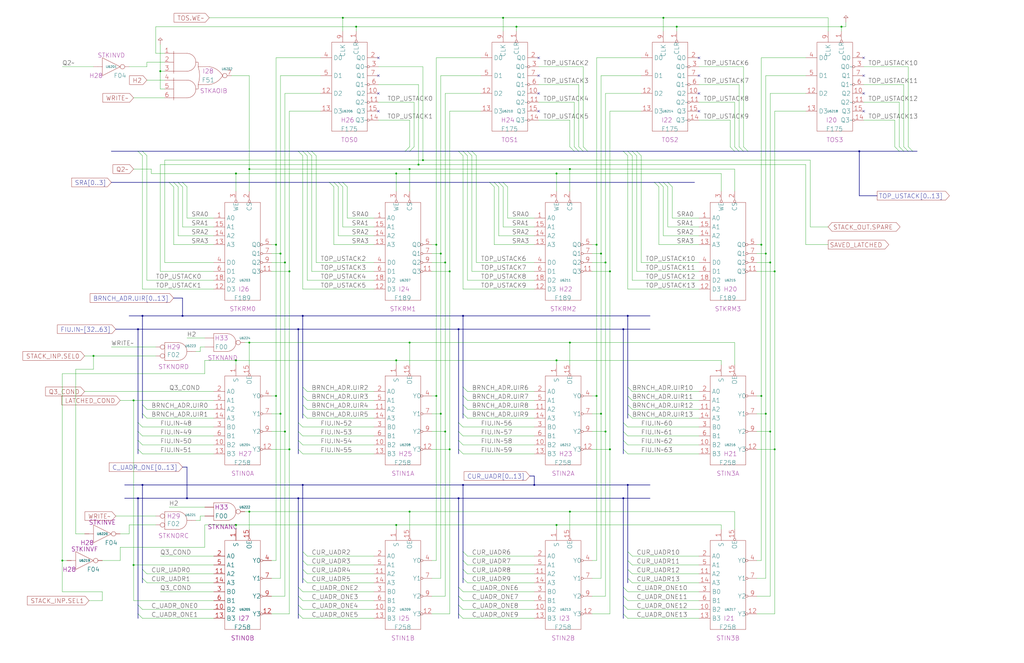
<source format=kicad_sch>
(kicad_sch (version 20230121) (generator eeschema)
  (paper "User" 584.2 378.46)
  (title_block (title "MICRO STACK INPUT MUX & RAMS") (date "22-MAY-90") (rev "1.0") (comment 1 "SEQUENCER") (comment 2 "232-003064") (comment 3 "S400") (comment 4 "RELEASED"))
  (junction (at 226.06 205.74))
  (junction (at 162.56 149.86))
  (junction (at 261.62 187.96))
  (junction (at 256.54 154.94))
  (junction (at 233.68 96.52))
  (junction (at 248.92 139.7))
  (junction (at 160.02 144.78))
  (junction (at 165.1 154.94))
  (junction (at 81.28 180.34))
  (junction (at 345.44 246.38))
  (junction (at 325.12 96.52))
  (junction (at 254 149.86))
  (junction (at 238.76 93.98))
  (junction (at 195.58 10.16))
  (junction (at 317.5 99.06))
  (junction (at 340.36 226.06))
  (junction (at 142.24 195.58))
  (junction (at 342.9 236.22))
  (junction (at 294.64 15.24))
  (junction (at 76.2 322.58))
  (junction (at 78.74 284.48))
  (junction (at 325.12 195.58))
  (junction (at 378.46 10.16))
  (junction (at 436.88 144.78))
  (junction (at 165.1 256.54))
  (junction (at 142.24 292.1))
  (junction (at 134.62 299.72))
  (junction (at 157.48 226.06))
  (junction (at 226.06 299.72))
  (junction (at 233.68 292.1))
  (junction (at 76.2 228.6))
  (junction (at 35.56 320.04))
  (junction (at 53.34 203.2))
  (junction (at 434.34 226.06))
  (junction (at 480.06 15.24))
  (junction (at 325.12 292.1))
  (junction (at 248.92 226.06))
  (junction (at 172.72 276.86))
  (junction (at 434.34 139.7))
  (junction (at 254 246.38))
  (junction (at 134.62 205.74))
  (junction (at 345.44 149.86))
  (junction (at 347.98 256.54))
  (junction (at 251.46 236.22))
  (junction (at 162.56 246.38))
  (junction (at 261.62 284.48))
  (junction (at 264.16 180.34))
  (junction (at 106.68 284.48))
  (junction (at 157.48 139.7))
  (junction (at 264.16 276.86))
  (junction (at 226.06 99.06))
  (junction (at 233.68 195.58))
  (junction (at 355.6 284.48))
  (junction (at 386.08 15.24))
  (junction (at 251.46 144.78))
  (junction (at 91.44 40.64))
  (junction (at 439.42 246.38))
  (junction (at 441.96 256.54))
  (junction (at 170.18 284.48))
  (junction (at 170.18 187.96))
  (junction (at 203.2 15.24))
  (junction (at 358.14 180.34))
  (junction (at 347.98 154.94))
  (junction (at 160.02 236.22))
  (junction (at 436.88 236.22))
  (junction (at 304.8 276.86))
  (junction (at 490.22 86.36))
  (junction (at 78.74 187.96))
  (junction (at 172.72 180.34))
  (junction (at 134.62 99.06))
  (junction (at 142.24 96.52))
  (junction (at 441.96 154.94))
  (junction (at 256.54 256.54))
  (junction (at 241.3 91.44))
  (junction (at 342.9 144.78))
  (junction (at 317.5 299.72))
  (junction (at 104.14 180.34))
  (junction (at 287.02 10.16))
  (junction (at 340.36 139.7))
  (junction (at 439.42 149.86))
  (junction (at 355.6 187.96))
  (junction (at 81.28 276.86))
  (junction (at 358.14 276.86))
  (junction (at 317.5 205.74))
  (no_connect (at 215.9 53.34))
  (no_connect (at 215.9 43.18))
  (no_connect (at 492.76 43.18))
  (no_connect (at 492.76 63.5))
  (no_connect (at 398.78 33.02))
  (no_connect (at 307.34 33.02))
  (no_connect (at 398.78 53.34))
  (no_connect (at 492.76 53.34))
  (no_connect (at 398.78 63.5))
  (no_connect (at 492.76 33.02))
  (no_connect (at 307.34 63.5))
  (no_connect (at 215.9 33.02))
  (no_connect (at 215.9 63.5))
  (no_connect (at 307.34 53.34))
  (no_connect (at 398.78 43.18))
  (no_connect (at 307.34 43.18))
  (bus_entry (at 261.62 246.38) (size 2.54 2.54))
  (bus_entry (at 170.18 241.3) (size 2.54 2.54))
  (bus_entry (at 172.72 226.06) (size 2.54 2.54))
  (bus_entry (at 363.22 86.36) (size 2.54 2.54))
  (bus_entry (at 281.94 104.14) (size 2.54 2.54))
  (bus_entry (at 172.72 220.98) (size 2.54 2.54))
  (bus_entry (at 515.62 83.82) (size 2.54 2.54))
  (bus_entry (at 172.72 325.12) (size 2.54 2.54))
  (bus_entry (at 261.62 345.44) (size 2.54 2.54))
  (bus_entry (at 327.66 83.82) (size 2.54 2.54))
  (bus_entry (at 518.16 83.82) (size 2.54 2.54))
  (bus_entry (at 358.14 226.06) (size 2.54 2.54))
  (bus_entry (at 332.74 83.82) (size 2.54 2.54))
  (bus_entry (at 381 104.14) (size 2.54 2.54))
  (bus_entry (at 378.46 104.14) (size 2.54 2.54))
  (bus_entry (at 358.14 86.36) (size 2.54 2.54))
  (bus_entry (at 172.72 314.96) (size 2.54 2.54))
  (bus_entry (at 510.54 83.82) (size 2.54 2.54))
  (bus_entry (at 78.74 241.3) (size 2.54 2.54))
  (bus_entry (at 355.6 241.3) (size 2.54 2.54))
  (bus_entry (at 172.72 86.36) (size 2.54 2.54))
  (bus_entry (at 264.16 314.96) (size 2.54 2.54))
  (bus_entry (at 421.64 83.82) (size 2.54 2.54))
  (bus_entry (at 236.22 83.82) (size -2.54 2.54))
  (bus_entry (at 355.6 86.36) (size 2.54 2.54))
  (bus_entry (at 269.24 86.36) (size 2.54 2.54))
  (bus_entry (at 78.74 246.38) (size 2.54 2.54))
  (bus_entry (at 170.18 335.28) (size 2.54 2.54))
  (bus_entry (at 78.74 86.36) (size 2.54 2.54))
  (bus_entry (at 172.72 236.22) (size 2.54 2.54))
  (bus_entry (at 170.18 256.54) (size 2.54 2.54))
  (bus_entry (at 264.16 220.98) (size 2.54 2.54))
  (bus_entry (at 261.62 350.52) (size 2.54 2.54))
  (bus_entry (at 358.14 325.12) (size 2.54 2.54))
  (bus_entry (at 264.16 320.04) (size 2.54 2.54))
  (bus_entry (at 261.62 241.3) (size 2.54 2.54))
  (bus_entry (at 233.68 83.82) (size -2.54 2.54))
  (bus_entry (at 170.18 246.38) (size 2.54 2.54))
  (bus_entry (at 375.92 104.14) (size 2.54 2.54))
  (bus_entry (at 330.2 83.82) (size 2.54 2.54))
  (bus_entry (at 170.18 350.52) (size 2.54 2.54))
  (bus_entry (at 419.1 83.82) (size 2.54 2.54))
  (bus_entry (at 325.12 83.82) (size 2.54 2.54))
  (bus_entry (at 355.6 335.28) (size 2.54 2.54))
  (bus_entry (at 81.28 330.2) (size 2.54 2.54))
  (bus_entry (at 78.74 251.46) (size 2.54 2.54))
  (bus_entry (at 81.28 231.14) (size 2.54 2.54))
  (bus_entry (at 264.16 330.2) (size 2.54 2.54))
  (bus_entry (at 355.6 350.52) (size 2.54 2.54))
  (bus_entry (at 264.16 325.12) (size 2.54 2.54))
  (bus_entry (at 101.6 104.14) (size 2.54 2.54))
  (bus_entry (at 170.18 340.36) (size 2.54 2.54))
  (bus_entry (at 358.14 320.04) (size 2.54 2.54))
  (bus_entry (at 172.72 231.14) (size 2.54 2.54))
  (bus_entry (at 264.16 231.14) (size 2.54 2.54))
  (bus_entry (at 264.16 236.22) (size 2.54 2.54))
  (bus_entry (at 284.48 104.14) (size 2.54 2.54))
  (bus_entry (at 261.62 340.36) (size 2.54 2.54))
  (bus_entry (at 355.6 251.46) (size 2.54 2.54))
  (bus_entry (at 416.56 83.82) (size 2.54 2.54))
  (bus_entry (at 358.14 231.14) (size 2.54 2.54))
  (bus_entry (at 279.4 104.14) (size 2.54 2.54))
  (bus_entry (at 360.68 86.36) (size 2.54 2.54))
  (bus_entry (at 172.72 330.2) (size 2.54 2.54))
  (bus_entry (at 175.26 86.36) (size 2.54 2.54))
  (bus_entry (at 358.14 314.96) (size 2.54 2.54))
  (bus_entry (at 261.62 335.28) (size 2.54 2.54))
  (bus_entry (at 261.62 256.54) (size 2.54 2.54))
  (bus_entry (at 177.8 86.36) (size 2.54 2.54))
  (bus_entry (at 195.58 104.14) (size 2.54 2.54))
  (bus_entry (at 355.6 340.36) (size 2.54 2.54))
  (bus_entry (at 104.14 104.14) (size 2.54 2.54))
  (bus_entry (at 355.6 345.44) (size 2.54 2.54))
  (bus_entry (at 170.18 86.36) (size 2.54 2.54))
  (bus_entry (at 264.16 86.36) (size 2.54 2.54))
  (bus_entry (at 81.28 236.22) (size 2.54 2.54))
  (bus_entry (at 373.38 104.14) (size 2.54 2.54))
  (bus_entry (at 81.28 325.12) (size 2.54 2.54))
  (bus_entry (at 96.52 104.14) (size 2.54 2.54))
  (bus_entry (at 287.02 104.14) (size 2.54 2.54))
  (bus_entry (at 424.18 83.82) (size 2.54 2.54))
  (bus_entry (at 190.5 104.14) (size 2.54 2.54))
  (bus_entry (at 170.18 251.46) (size 2.54 2.54))
  (bus_entry (at 261.62 86.36) (size 2.54 2.54))
  (bus_entry (at 81.28 86.36) (size 2.54 2.54))
  (bus_entry (at 78.74 256.54) (size 2.54 2.54))
  (bus_entry (at 78.74 345.44) (size 2.54 2.54))
  (bus_entry (at 355.6 256.54) (size 2.54 2.54))
  (bus_entry (at 172.72 320.04) (size 2.54 2.54))
  (bus_entry (at 264.16 226.06) (size 2.54 2.54))
  (bus_entry (at 170.18 345.44) (size 2.54 2.54))
  (bus_entry (at 78.74 350.52) (size 2.54 2.54))
  (bus_entry (at 193.04 104.14) (size 2.54 2.54))
  (bus_entry (at 358.14 220.98) (size 2.54 2.54))
  (bus_entry (at 513.08 83.82) (size 2.54 2.54))
  (bus_entry (at 261.62 251.46) (size 2.54 2.54))
  (bus_entry (at 358.14 236.22) (size 2.54 2.54))
  (bus_entry (at 99.06 104.14) (size 2.54 2.54))
  (bus_entry (at 266.7 86.36) (size 2.54 2.54))
  (bus_entry (at 187.96 104.14) (size 2.54 2.54))
  (bus_entry (at 358.14 330.2) (size 2.54 2.54))
  (bus_entry (at 355.6 246.38) (size 2.54 2.54))
  (wire (pts (xy 266.7 332.74) (xy 304.8 332.74)))
  (bus (pts (xy 81.28 276.86) (xy 172.72 276.86)))
  (wire (pts (xy 264.16 347.98) (xy 304.8 347.98)))
  (wire (pts (xy 81.28 259.08) (xy 121.92 259.08)))
  (wire (pts (xy 48.26 203.2) (xy 53.34 203.2)))
  (wire (pts (xy 421.64 48.26) (xy 421.64 83.82)))
  (bus (pts (xy 63.5 86.36) (xy 78.74 86.36)))
  (wire (pts (xy 165.1 256.54) (xy 154.94 256.54)))
  (bus (pts (xy 172.72 86.36) (xy 175.26 86.36)))
  (wire (pts (xy 172.72 259.08) (xy 213.36 259.08)))
  (wire (pts (xy 83.82 38.1) (xy 83.82 35.56)))
  (bus (pts (xy 302.26 271.78) (xy 304.8 271.78)))
  (wire (pts (xy 35.56 213.36) (xy 116.84 213.36)))
  (wire (pts (xy 358.14 254) (xy 398.78 254)))
  (wire (pts (xy 238.76 93.98) (xy 459.74 93.98)))
  (bus (pts (xy 101.6 104.14) (xy 104.14 104.14)))
  (wire (pts (xy 342.9 330.2) (xy 342.9 236.22)))
  (wire (pts (xy 434.34 320.04) (xy 434.34 226.06)))
  (wire (pts (xy 264.16 243.84) (xy 304.8 243.84)))
  (wire (pts (xy 198.12 124.46) (xy 198.12 106.68)))
  (wire (pts (xy 347.98 256.54) (xy 337.82 256.54)))
  (wire (pts (xy 154.94 340.36) (xy 162.56 340.36)))
  (bus (pts (xy 78.74 256.54) (xy 78.74 259.08)))
  (wire (pts (xy 91.44 337.82) (xy 121.92 337.82)))
  (wire (pts (xy 226.06 299.72) (xy 226.06 302.26)))
  (wire (pts (xy 274.32 33.02) (xy 248.92 33.02)))
  (wire (pts (xy 50.8 342.9) (xy 58.42 342.9)))
  (bus (pts (xy 78.74 246.38) (xy 78.74 251.46)))
  (wire (pts (xy 284.48 134.62) (xy 284.48 106.68)))
  (wire (pts (xy 441.96 63.5) (xy 441.96 154.94)))
  (wire (pts (xy 195.58 129.54) (xy 195.58 106.68)))
  (bus (pts (xy 355.6 251.46) (xy 355.6 256.54)))
  (bus (pts (xy 261.62 246.38) (xy 261.62 251.46)))
  (wire (pts (xy 342.9 236.22) (xy 337.82 236.22)))
  (wire (pts (xy 195.58 10.16) (xy 195.58 17.78)))
  (wire (pts (xy 213.36 139.7) (xy 190.5 139.7)))
  (wire (pts (xy 88.9 30.48) (xy 93.98 30.48)))
  (wire (pts (xy 132.08 43.18) (xy 142.24 43.18)))
  (bus (pts (xy 419.1 86.36) (xy 421.64 86.36)))
  (bus (pts (xy 261.62 284.48) (xy 261.62 335.28)))
  (wire (pts (xy 83.82 45.72) (xy 93.98 45.72)))
  (bus (pts (xy 358.14 236.22) (xy 358.14 238.76)))
  (bus (pts (xy 106.68 266.7) (xy 106.68 284.48)))
  (wire (pts (xy 266.7 233.68) (xy 304.8 233.68)))
  (wire (pts (xy 337.82 144.78) (xy 342.9 144.78)))
  (bus (pts (xy 261.62 256.54) (xy 261.62 259.08)))
  (bus (pts (xy 106.68 284.48) (xy 170.18 284.48)))
  (wire (pts (xy 76.2 228.6) (xy 76.2 322.58)))
  (wire (pts (xy 175.26 160.02) (xy 175.26 88.9)))
  (wire (pts (xy 436.88 43.18) (xy 436.88 144.78)))
  (wire (pts (xy 114.3 200.66) (xy 114.3 198.12)))
  (wire (pts (xy 515.62 48.26) (xy 515.62 83.82)))
  (wire (pts (xy 264.16 342.9) (xy 304.8 342.9)))
  (wire (pts (xy 287.02 10.16) (xy 378.46 10.16)))
  (bus (pts (xy 332.74 86.36) (xy 335.28 86.36)))
  (wire (pts (xy 246.38 330.2) (xy 251.46 330.2)))
  (wire (pts (xy 337.82 139.7) (xy 340.36 139.7)))
  (wire (pts (xy 398.78 134.62) (xy 378.46 134.62)))
  (wire (pts (xy 236.22 58.42) (xy 236.22 83.82)))
  (wire (pts (xy 360.68 223.52) (xy 398.78 223.52)))
  (bus (pts (xy 96.52 104.14) (xy 99.06 104.14)))
  (wire (pts (xy 73.66 38.1) (xy 83.82 38.1)))
  (wire (pts (xy 281.94 139.7) (xy 281.94 106.68)))
  (bus (pts (xy 264.16 314.96) (xy 264.16 320.04)))
  (bus (pts (xy 78.74 284.48) (xy 78.74 345.44)))
  (wire (pts (xy 325.12 195.58) (xy 419.1 195.58)))
  (wire (pts (xy 358.14 337.82) (xy 398.78 337.82)))
  (wire (pts (xy 459.74 93.98) (xy 459.74 139.7)))
  (bus (pts (xy 335.28 86.36) (xy 355.6 86.36)))
  (bus (pts (xy 490.22 86.36) (xy 513.08 86.36)))
  (bus (pts (xy 104.14 180.34) (xy 172.72 180.34)))
  (wire (pts (xy 233.68 292.1) (xy 325.12 292.1)))
  (wire (pts (xy 111.76 200.66) (xy 114.3 200.66)))
  (wire (pts (xy 91.44 154.94) (xy 91.44 93.98)))
  (bus (pts (xy 490.22 111.76) (xy 500.38 111.76)))
  (wire (pts (xy 134.62 299.72) (xy 134.62 302.26)))
  (wire (pts (xy 274.32 63.5) (xy 256.54 63.5)))
  (wire (pts (xy 172.72 243.84) (xy 213.36 243.84)))
  (wire (pts (xy 248.92 320.04) (xy 248.92 226.06)))
  (wire (pts (xy 246.38 149.86) (xy 254 149.86)))
  (bus (pts (xy 261.62 187.96) (xy 355.6 187.96)))
  (bus (pts (xy 170.18 246.38) (xy 170.18 251.46)))
  (bus (pts (xy 355.6 187.96) (xy 370.84 187.96)))
  (wire (pts (xy 162.56 149.86) (xy 162.56 246.38)))
  (wire (pts (xy 215.9 58.42) (xy 236.22 58.42)))
  (bus (pts (xy 378.46 104.14) (xy 381 104.14)))
  (wire (pts (xy 63.5 198.12) (xy 88.9 198.12)))
  (bus (pts (xy 424.18 86.36) (xy 426.72 86.36)))
  (wire (pts (xy 119.38 10.16) (xy 195.58 10.16)))
  (wire (pts (xy 378.46 134.62) (xy 378.46 106.68)))
  (bus (pts (xy 264.16 276.86) (xy 304.8 276.86)))
  (wire (pts (xy 337.82 350.52) (xy 347.98 350.52)))
  (wire (pts (xy 398.78 38.1) (xy 424.18 38.1)))
  (wire (pts (xy 116.84 312.42) (xy 116.84 299.72)))
  (wire (pts (xy 81.28 347.98) (xy 121.92 347.98)))
  (bus (pts (xy 269.24 86.36) (xy 327.66 86.36)))
  (wire (pts (xy 246.38 340.36) (xy 254 340.36)))
  (wire (pts (xy 327.66 58.42) (xy 327.66 83.82)))
  (wire (pts (xy 213.36 154.94) (xy 177.8 154.94)))
  (bus (pts (xy 363.22 86.36) (xy 419.1 86.36)))
  (bus (pts (xy 355.6 241.3) (xy 355.6 246.38)))
  (bus (pts (xy 104.14 170.18) (xy 104.14 180.34)))
  (wire (pts (xy 68.58 304.8) (xy 73.66 304.8)))
  (wire (pts (xy 121.92 154.94) (xy 91.44 154.94)))
  (wire (pts (xy 386.08 15.24) (xy 386.08 17.78)))
  (wire (pts (xy 363.22 154.94) (xy 363.22 88.9)))
  (wire (pts (xy 86.36 99.06) (xy 134.62 99.06)))
  (bus (pts (xy 195.58 104.14) (xy 279.4 104.14)))
  (wire (pts (xy 462.28 91.44) (xy 462.28 129.54)))
  (wire (pts (xy 340.36 33.02) (xy 340.36 139.7)))
  (wire (pts (xy 441.96 154.94) (xy 441.96 256.54)))
  (wire (pts (xy 172.72 165.1) (xy 172.72 88.9)))
  (wire (pts (xy 431.8 144.78) (xy 436.88 144.78)))
  (wire (pts (xy 83.82 233.68) (xy 121.92 233.68)))
  (wire (pts (xy 246.38 144.78) (xy 251.46 144.78)))
  (wire (pts (xy 419.1 195.58) (xy 419.1 208.28)))
  (bus (pts (xy 172.72 220.98) (xy 172.72 226.06)))
  (wire (pts (xy 81.28 254) (xy 121.92 254)))
  (bus (pts (xy 81.28 330.2) (xy 81.28 332.74)))
  (wire (pts (xy 459.74 33.02) (xy 434.34 33.02)))
  (wire (pts (xy 190.5 139.7) (xy 190.5 106.68)))
  (bus (pts (xy 261.62 340.36) (xy 261.62 345.44)))
  (wire (pts (xy 58.42 320.04) (xy 68.58 320.04)))
  (bus (pts (xy 81.28 236.22) (xy 81.28 238.76)))
  (wire (pts (xy 287.02 10.16) (xy 287.02 17.78)))
  (wire (pts (xy 48.26 223.52) (xy 121.92 223.52)))
  (wire (pts (xy 304.8 124.46) (xy 289.56 124.46)))
  (bus (pts (xy 175.26 86.36) (xy 177.8 86.36)))
  (bus (pts (xy 264.16 276.86) (xy 264.16 314.96)))
  (wire (pts (xy 251.46 144.78) (xy 251.46 236.22)))
  (wire (pts (xy 121.92 342.9) (xy 76.2 342.9)))
  (bus (pts (xy 358.14 314.96) (xy 358.14 320.04)))
  (wire (pts (xy 134.62 99.06) (xy 134.62 109.22)))
  (wire (pts (xy 172.72 337.82) (xy 213.36 337.82)))
  (wire (pts (xy 307.34 38.1) (xy 332.74 38.1)))
  (wire (pts (xy 365.76 33.02) (xy 340.36 33.02)))
  (bus (pts (xy 264.16 180.34) (xy 264.16 220.98)))
  (wire (pts (xy 416.56 68.58) (xy 416.56 83.82)))
  (wire (pts (xy 360.68 160.02) (xy 360.68 88.9)))
  (wire (pts (xy 398.78 48.26) (xy 421.64 48.26)))
  (bus (pts (xy 264.16 330.2) (xy 264.16 332.74)))
  (wire (pts (xy 337.82 154.94) (xy 347.98 154.94)))
  (wire (pts (xy 134.62 205.74) (xy 116.84 205.74)))
  (wire (pts (xy 330.2 48.26) (xy 330.2 83.82)))
  (wire (pts (xy 233.68 195.58) (xy 325.12 195.58)))
  (wire (pts (xy 154.94 226.06) (xy 157.48 226.06)))
  (wire (pts (xy 172.72 342.9) (xy 213.36 342.9)))
  (wire (pts (xy 360.68 322.58) (xy 398.78 322.58)))
  (wire (pts (xy 175.26 327.66) (xy 213.36 327.66)))
  (wire (pts (xy 76.2 55.88) (xy 93.98 55.88)))
  (wire (pts (xy 160.02 330.2) (xy 160.02 236.22)))
  (wire (pts (xy 345.44 340.36) (xy 345.44 246.38)))
  (wire (pts (xy 111.76 297.18) (xy 114.3 297.18)))
  (wire (pts (xy 96.52 289.56) (xy 116.84 289.56)))
  (wire (pts (xy 93.98 149.86) (xy 93.98 91.44)))
  (wire (pts (xy 83.82 160.02) (xy 83.82 88.9)))
  (wire (pts (xy 154.94 149.86) (xy 162.56 149.86)))
  (bus (pts (xy 170.18 187.96) (xy 170.18 241.3)))
  (wire (pts (xy 142.24 292.1) (xy 142.24 302.26)))
  (wire (pts (xy 266.7 160.02) (xy 266.7 88.9)))
  (wire (pts (xy 492.76 68.58) (xy 510.54 68.58)))
  (wire (pts (xy 83.82 332.74) (xy 121.92 332.74)))
  (wire (pts (xy 347.98 154.94) (xy 347.98 256.54)))
  (wire (pts (xy 304.8 154.94) (xy 269.24 154.94)))
  (wire (pts (xy 157.48 33.02) (xy 157.48 139.7)))
  (wire (pts (xy 248.92 33.02) (xy 248.92 139.7)))
  (bus (pts (xy 170.18 241.3) (xy 170.18 246.38)))
  (bus (pts (xy 81.28 276.86) (xy 81.28 325.12)))
  (wire (pts (xy 337.82 320.04) (xy 340.36 320.04)))
  (bus (pts (xy 170.18 284.48) (xy 261.62 284.48)))
  (wire (pts (xy 180.34 149.86) (xy 180.34 88.9)))
  (wire (pts (xy 226.06 299.72) (xy 317.5 299.72)))
  (wire (pts (xy 342.9 144.78) (xy 342.9 236.22)))
  (wire (pts (xy 398.78 68.58) (xy 416.56 68.58)))
  (wire (pts (xy 175.26 238.76) (xy 213.36 238.76)))
  (wire (pts (xy 83.82 35.56) (xy 93.98 35.56)))
  (bus (pts (xy 78.74 350.52) (xy 78.74 353.06)))
  (wire (pts (xy 304.8 129.54) (xy 287.02 129.54)))
  (wire (pts (xy 175.26 223.52) (xy 213.36 223.52)))
  (wire (pts (xy 121.92 228.6) (xy 76.2 228.6)))
  (wire (pts (xy 271.78 149.86) (xy 271.78 88.9)))
  (bus (pts (xy 71.12 284.48) (xy 78.74 284.48)))
  (wire (pts (xy 182.88 33.02) (xy 157.48 33.02)))
  (wire (pts (xy 274.32 53.34) (xy 254 53.34)))
  (wire (pts (xy 398.78 58.42) (xy 419.1 58.42)))
  (bus (pts (xy 261.62 241.3) (xy 261.62 246.38)))
  (wire (pts (xy 93.98 50.8) (xy 91.44 50.8)))
  (wire (pts (xy 254 53.34) (xy 254 149.86)))
  (wire (pts (xy 347.98 350.52) (xy 347.98 256.54)))
  (wire (pts (xy 53.34 210.82) (xy 53.34 203.2)))
  (wire (pts (xy 154.94 144.78) (xy 160.02 144.78)))
  (bus (pts (xy 187.96 104.14) (xy 190.5 104.14)))
  (bus (pts (xy 261.62 350.52) (xy 261.62 353.06)))
  (wire (pts (xy 162.56 53.34) (xy 162.56 149.86)))
  (wire (pts (xy 251.46 330.2) (xy 251.46 236.22)))
  (wire (pts (xy 175.26 228.6) (xy 213.36 228.6)))
  (wire (pts (xy 68.58 320.04) (xy 68.58 312.42)))
  (bus (pts (xy 78.74 86.36) (xy 81.28 86.36)))
  (wire (pts (xy 307.34 48.26) (xy 330.2 48.26)))
  (bus (pts (xy 172.72 226.06) (xy 172.72 231.14)))
  (bus (pts (xy 172.72 325.12) (xy 172.72 330.2)))
  (bus (pts (xy 81.28 180.34) (xy 104.14 180.34)))
  (wire (pts (xy 383.54 124.46) (xy 383.54 106.68)))
  (wire (pts (xy 304.8 139.7) (xy 281.94 139.7)))
  (wire (pts (xy 325.12 96.52) (xy 419.1 96.52)))
  (wire (pts (xy 154.94 320.04) (xy 157.48 320.04)))
  (wire (pts (xy 142.24 292.1) (xy 233.68 292.1)))
  (wire (pts (xy 325.12 195.58) (xy 325.12 208.28)))
  (wire (pts (xy 518.16 38.1) (xy 518.16 83.82)))
  (wire (pts (xy 317.5 99.06) (xy 317.5 109.22)))
  (wire (pts (xy 254 149.86) (xy 254 246.38)))
  (wire (pts (xy 91.44 50.8) (xy 91.44 40.64)))
  (wire (pts (xy 287.02 129.54) (xy 287.02 106.68)))
  (wire (pts (xy 233.68 68.58) (xy 233.68 83.82)))
  (bus (pts (xy 190.5 104.14) (xy 193.04 104.14)))
  (wire (pts (xy 294.64 15.24) (xy 386.08 15.24)))
  (wire (pts (xy 325.12 96.52) (xy 325.12 109.22)))
  (wire (pts (xy 360.68 233.68) (xy 398.78 233.68)))
  (wire (pts (xy 226.06 99.06) (xy 317.5 99.06)))
  (wire (pts (xy 68.58 312.42) (xy 116.84 312.42)))
  (wire (pts (xy 431.8 226.06) (xy 434.34 226.06)))
  (wire (pts (xy 317.5 205.74) (xy 411.48 205.74)))
  (bus (pts (xy 172.72 231.14) (xy 172.72 236.22)))
  (wire (pts (xy 398.78 129.54) (xy 381 129.54)))
  (wire (pts (xy 248.92 139.7) (xy 248.92 226.06)))
  (bus (pts (xy 266.7 86.36) (xy 269.24 86.36)))
  (wire (pts (xy 114.3 198.12) (xy 116.84 198.12)))
  (bus (pts (xy 172.72 276.86) (xy 172.72 314.96)))
  (wire (pts (xy 264.16 254) (xy 304.8 254)))
  (wire (pts (xy 342.9 43.18) (xy 342.9 144.78)))
  (wire (pts (xy 251.46 236.22) (xy 246.38 236.22)))
  (wire (pts (xy 358.14 243.84) (xy 398.78 243.84)))
  (wire (pts (xy 182.88 63.5) (xy 165.1 63.5)))
  (bus (pts (xy 355.6 345.44) (xy 355.6 350.52)))
  (wire (pts (xy 203.2 15.24) (xy 294.64 15.24)))
  (bus (pts (xy 177.8 86.36) (xy 231.14 86.36)))
  (wire (pts (xy 241.3 38.1) (xy 241.3 91.44)))
  (wire (pts (xy 106.68 193.04) (xy 116.84 193.04)))
  (bus (pts (xy 71.12 276.86) (xy 81.28 276.86)))
  (wire (pts (xy 398.78 154.94) (xy 363.22 154.94)))
  (wire (pts (xy 154.94 139.7) (xy 157.48 139.7)))
  (wire (pts (xy 441.96 256.54) (xy 431.8 256.54)))
  (wire (pts (xy 365.76 53.34) (xy 345.44 53.34)))
  (wire (pts (xy 266.7 327.66) (xy 304.8 327.66)))
  (wire (pts (xy 459.74 53.34) (xy 439.42 53.34)))
  (wire (pts (xy 53.34 203.2) (xy 88.9 203.2)))
  (wire (pts (xy 68.58 228.6) (xy 76.2 228.6)))
  (wire (pts (xy 246.38 154.94) (xy 256.54 154.94)))
  (bus (pts (xy 264.16 231.14) (xy 264.16 236.22)))
  (bus (pts (xy 170.18 251.46) (xy 170.18 256.54)))
  (bus (pts (xy 170.18 340.36) (xy 170.18 345.44)))
  (bus (pts (xy 172.72 180.34) (xy 264.16 180.34)))
  (wire (pts (xy 175.26 233.68) (xy 213.36 233.68)))
  (wire (pts (xy 254 340.36) (xy 254 246.38)))
  (bus (pts (xy 78.74 251.46) (xy 78.74 256.54)))
  (wire (pts (xy 266.7 322.58) (xy 304.8 322.58)))
  (wire (pts (xy 134.62 205.74) (xy 134.62 208.28)))
  (bus (pts (xy 170.18 256.54) (xy 170.18 259.08)))
  (wire (pts (xy 360.68 327.66) (xy 398.78 327.66)))
  (wire (pts (xy 439.42 149.86) (xy 439.42 246.38)))
  (wire (pts (xy 411.48 299.72) (xy 411.48 302.26)))
  (bus (pts (xy 375.92 104.14) (xy 378.46 104.14)))
  (bus (pts (xy 104.14 266.7) (xy 106.68 266.7)))
  (bus (pts (xy 170.18 187.96) (xy 261.62 187.96)))
  (wire (pts (xy 345.44 149.86) (xy 345.44 246.38)))
  (bus (pts (xy 172.72 314.96) (xy 172.72 320.04)))
  (wire (pts (xy 358.14 347.98) (xy 398.78 347.98)))
  (wire (pts (xy 337.82 149.86) (xy 345.44 149.86)))
  (wire (pts (xy 358.14 259.08) (xy 398.78 259.08)))
  (wire (pts (xy 411.48 99.06) (xy 411.48 109.22)))
  (wire (pts (xy 160.02 43.18) (xy 160.02 144.78)))
  (bus (pts (xy 264.16 180.34) (xy 358.14 180.34)))
  (bus (pts (xy 355.6 256.54) (xy 355.6 259.08)))
  (wire (pts (xy 142.24 43.18) (xy 142.24 96.52)))
  (wire (pts (xy 91.44 40.64) (xy 93.98 40.64)))
  (wire (pts (xy 83.82 238.76) (xy 121.92 238.76)))
  (bus (pts (xy 304.8 276.86) (xy 358.14 276.86)))
  (bus (pts (xy 172.72 180.34) (xy 172.72 220.98)))
  (wire (pts (xy 116.84 205.74) (xy 116.84 213.36)))
  (wire (pts (xy 73.66 304.8) (xy 73.66 299.72)))
  (bus (pts (xy 358.14 325.12) (xy 358.14 330.2)))
  (bus (pts (xy 99.06 104.14) (xy 101.6 104.14)))
  (bus (pts (xy 515.62 86.36) (xy 518.16 86.36)))
  (bus (pts (xy 170.18 335.28) (xy 170.18 340.36)))
  (wire (pts (xy 193.04 134.62) (xy 193.04 106.68)))
  (wire (pts (xy 386.08 15.24) (xy 480.06 15.24)))
  (wire (pts (xy 121.92 124.46) (xy 106.68 124.46)))
  (wire (pts (xy 81.28 243.84) (xy 121.92 243.84)))
  (bus (pts (xy 231.14 86.36) (xy 233.68 86.36)))
  (wire (pts (xy 139.7 195.58) (xy 142.24 195.58)))
  (wire (pts (xy 492.76 58.42) (xy 513.08 58.42)))
  (wire (pts (xy 213.36 124.46) (xy 198.12 124.46)))
  (wire (pts (xy 332.74 38.1) (xy 332.74 83.82)))
  (wire (pts (xy 337.82 330.2) (xy 342.9 330.2)))
  (wire (pts (xy 358.14 165.1) (xy 358.14 88.9)))
  (wire (pts (xy 434.34 33.02) (xy 434.34 139.7)))
  (wire (pts (xy 177.8 154.94) (xy 177.8 88.9)))
  (wire (pts (xy 213.36 165.1) (xy 172.72 165.1)))
  (wire (pts (xy 360.68 317.5) (xy 398.78 317.5)))
  (wire (pts (xy 317.5 205.74) (xy 317.5 208.28)))
  (bus (pts (xy 264.16 86.36) (xy 266.7 86.36)))
  (wire (pts (xy 431.8 340.36) (xy 439.42 340.36)))
  (wire (pts (xy 226.06 205.74) (xy 317.5 205.74)))
  (bus (pts (xy 355.6 246.38) (xy 355.6 251.46)))
  (wire (pts (xy 246.38 226.06) (xy 248.92 226.06)))
  (wire (pts (xy 215.9 68.58) (xy 233.68 68.58)))
  (bus (pts (xy 513.08 86.36) (xy 515.62 86.36)))
  (wire (pts (xy 436.88 236.22) (xy 431.8 236.22)))
  (bus (pts (xy 358.14 180.34) (xy 370.84 180.34)))
  (bus (pts (xy 421.64 86.36) (xy 424.18 86.36)))
  (wire (pts (xy 182.88 43.18) (xy 160.02 43.18)))
  (wire (pts (xy 35.56 213.36) (xy 35.56 320.04)))
  (wire (pts (xy 121.92 165.1) (xy 81.28 165.1)))
  (wire (pts (xy 66.04 294.64) (xy 88.9 294.64)))
  (wire (pts (xy 256.54 154.94) (xy 256.54 256.54)))
  (bus (pts (xy 520.7 86.36) (xy 523.24 86.36)))
  (bus (pts (xy 358.14 226.06) (xy 358.14 231.14)))
  (bus (pts (xy 172.72 320.04) (xy 172.72 325.12)))
  (bus (pts (xy 358.14 220.98) (xy 358.14 226.06)))
  (wire (pts (xy 264.16 165.1) (xy 264.16 88.9)))
  (wire (pts (xy 360.68 332.74) (xy 398.78 332.74)))
  (wire (pts (xy 81.28 248.92) (xy 121.92 248.92)))
  (wire (pts (xy 175.26 322.58) (xy 213.36 322.58)))
  (bus (pts (xy 264.16 220.98) (xy 264.16 226.06)))
  (wire (pts (xy 43.18 210.82) (xy 53.34 210.82)))
  (wire (pts (xy 431.8 330.2) (xy 436.88 330.2)))
  (wire (pts (xy 165.1 154.94) (xy 165.1 256.54)))
  (wire (pts (xy 480.06 15.24) (xy 482.6 15.24)))
  (bus (pts (xy 373.38 104.14) (xy 375.92 104.14)))
  (wire (pts (xy 340.36 139.7) (xy 340.36 226.06)))
  (wire (pts (xy 154.94 154.94) (xy 165.1 154.94)))
  (wire (pts (xy 381 129.54) (xy 381 106.68)))
  (wire (pts (xy 121.92 160.02) (xy 83.82 160.02)))
  (wire (pts (xy 375.92 139.7) (xy 375.92 106.68)))
  (wire (pts (xy 104.14 129.54) (xy 104.14 106.68)))
  (wire (pts (xy 246.38 350.52) (xy 256.54 350.52)))
  (bus (pts (xy 170.18 284.48) (xy 170.18 335.28)))
  (wire (pts (xy 175.26 332.74) (xy 213.36 332.74)))
  (wire (pts (xy 139.7 292.1) (xy 142.24 292.1)))
  (wire (pts (xy 317.5 299.72) (xy 317.5 302.26)))
  (wire (pts (xy 325.12 292.1) (xy 419.1 292.1)))
  (bus (pts (xy 358.14 180.34) (xy 358.14 220.98)))
  (wire (pts (xy 459.74 63.5) (xy 441.96 63.5)))
  (bus (pts (xy 78.74 241.3) (xy 78.74 246.38)))
  (wire (pts (xy 431.8 139.7) (xy 434.34 139.7)))
  (bus (pts (xy 284.48 104.14) (xy 287.02 104.14)))
  (bus (pts (xy 63.5 104.14) (xy 96.52 104.14)))
  (wire (pts (xy 172.72 254) (xy 213.36 254)))
  (wire (pts (xy 254 246.38) (xy 246.38 246.38)))
  (wire (pts (xy 35.56 337.82) (xy 35.56 320.04)))
  (wire (pts (xy 264.16 353.06) (xy 304.8 353.06)))
  (wire (pts (xy 213.36 134.62) (xy 193.04 134.62)))
  (wire (pts (xy 304.8 160.02) (xy 266.7 160.02)))
  (bus (pts (xy 355.6 284.48) (xy 355.6 335.28)))
  (wire (pts (xy 58.42 342.9) (xy 58.42 337.82)))
  (wire (pts (xy 492.76 38.1) (xy 518.16 38.1)))
  (wire (pts (xy 431.8 154.94) (xy 441.96 154.94)))
  (wire (pts (xy 304.8 165.1) (xy 264.16 165.1)))
  (wire (pts (xy 172.72 248.92) (xy 213.36 248.92)))
  (wire (pts (xy 76.2 322.58) (xy 121.92 322.58)))
  (wire (pts (xy 264.16 248.92) (xy 304.8 248.92)))
  (wire (pts (xy 398.78 149.86) (xy 365.76 149.86)))
  (wire (pts (xy 233.68 96.52) (xy 233.68 109.22)))
  (wire (pts (xy 172.72 353.06) (xy 213.36 353.06)))
  (bus (pts (xy 193.04 104.14) (xy 195.58 104.14)))
  (bus (pts (xy 355.6 86.36) (xy 358.14 86.36)))
  (wire (pts (xy 358.14 353.06) (xy 398.78 353.06)))
  (wire (pts (xy 114.3 297.18) (xy 114.3 294.64)))
  (wire (pts (xy 81.28 165.1) (xy 81.28 88.9)))
  (wire (pts (xy 160.02 144.78) (xy 160.02 236.22)))
  (wire (pts (xy 439.42 246.38) (xy 431.8 246.38)))
  (bus (pts (xy 261.62 86.36) (xy 264.16 86.36)))
  (bus (pts (xy 172.72 330.2) (xy 172.72 332.74)))
  (wire (pts (xy 289.56 124.46) (xy 289.56 106.68)))
  (wire (pts (xy 431.8 149.86) (xy 439.42 149.86)))
  (wire (pts (xy 345.44 53.34) (xy 345.44 149.86)))
  (bus (pts (xy 264.16 236.22) (xy 264.16 238.76)))
  (bus (pts (xy 355.6 350.52) (xy 355.6 353.06)))
  (wire (pts (xy 35.56 320.04) (xy 38.1 320.04)))
  (wire (pts (xy 101.6 134.62) (xy 101.6 106.68)))
  (wire (pts (xy 91.44 93.98) (xy 238.76 93.98)))
  (wire (pts (xy 431.8 320.04) (xy 434.34 320.04)))
  (bus (pts (xy 264.16 325.12) (xy 264.16 330.2)))
  (wire (pts (xy 419.1 96.52) (xy 419.1 109.22)))
  (wire (pts (xy 307.34 58.42) (xy 327.66 58.42)))
  (wire (pts (xy 325.12 68.58) (xy 325.12 83.82)))
  (wire (pts (xy 43.18 304.8) (xy 43.18 210.82)))
  (wire (pts (xy 378.46 10.16) (xy 472.44 10.16)))
  (wire (pts (xy 81.28 353.06) (xy 121.92 353.06)))
  (wire (pts (xy 162.56 246.38) (xy 154.94 246.38)))
  (wire (pts (xy 365.76 43.18) (xy 342.9 43.18)))
  (wire (pts (xy 121.92 149.86) (xy 93.98 149.86)))
  (wire (pts (xy 459.74 139.7) (xy 472.44 139.7)))
  (wire (pts (xy 266.7 317.5) (xy 304.8 317.5)))
  (bus (pts (xy 261.62 284.48) (xy 355.6 284.48)))
  (bus (pts (xy 490.22 86.36) (xy 490.22 111.76)))
  (wire (pts (xy 213.36 129.54) (xy 195.58 129.54)))
  (wire (pts (xy 337.82 340.36) (xy 345.44 340.36)))
  (bus (pts (xy 78.74 187.96) (xy 78.74 241.3)))
  (bus (pts (xy 81.28 86.36) (xy 170.18 86.36)))
  (bus (pts (xy 358.14 320.04) (xy 358.14 325.12)))
  (wire (pts (xy 337.82 226.06) (xy 340.36 226.06)))
  (bus (pts (xy 381 104.14) (xy 396.24 104.14)))
  (wire (pts (xy 73.66 299.72) (xy 88.9 299.72)))
  (bus (pts (xy 281.94 104.14) (xy 284.48 104.14)))
  (wire (pts (xy 492.76 48.26) (xy 515.62 48.26)))
  (wire (pts (xy 358.14 248.92) (xy 398.78 248.92)))
  (wire (pts (xy 203.2 15.24) (xy 203.2 17.78)))
  (wire (pts (xy 91.44 317.5) (xy 121.92 317.5)))
  (wire (pts (xy 91.44 40.64) (xy 91.44 25.4)))
  (wire (pts (xy 134.62 299.72) (xy 226.06 299.72)))
  (bus (pts (xy 327.66 86.36) (xy 330.2 86.36)))
  (wire (pts (xy 434.34 139.7) (xy 434.34 226.06)))
  (bus (pts (xy 264.16 320.04) (xy 264.16 325.12)))
  (wire (pts (xy 307.34 68.58) (xy 325.12 68.58)))
  (bus (pts (xy 172.72 276.86) (xy 264.16 276.86)))
  (wire (pts (xy 256.54 256.54) (xy 246.38 256.54)))
  (wire (pts (xy 99.06 139.7) (xy 99.06 106.68)))
  (wire (pts (xy 294.64 15.24) (xy 294.64 17.78)))
  (wire (pts (xy 154.94 350.52) (xy 165.1 350.52)))
  (bus (pts (xy 261.62 335.28) (xy 261.62 340.36)))
  (wire (pts (xy 513.08 58.42) (xy 513.08 83.82)))
  (wire (pts (xy 365.76 149.86) (xy 365.76 88.9)))
  (wire (pts (xy 274.32 43.18) (xy 251.46 43.18)))
  (wire (pts (xy 441.96 350.52) (xy 441.96 256.54)))
  (wire (pts (xy 86.36 96.52) (xy 86.36 99.06)))
  (wire (pts (xy 510.54 68.58) (xy 510.54 83.82)))
  (wire (pts (xy 462.28 129.54) (xy 472.44 129.54)))
  (wire (pts (xy 325.12 292.1) (xy 325.12 302.26)))
  (bus (pts (xy 78.74 345.44) (xy 78.74 350.52)))
  (bus (pts (xy 358.14 276.86) (xy 370.84 276.86)))
  (bus (pts (xy 81.28 231.14) (xy 81.28 236.22)))
  (wire (pts (xy 480.06 15.24) (xy 480.06 17.78)))
  (wire (pts (xy 360.68 228.6) (xy 398.78 228.6)))
  (bus (pts (xy 355.6 284.48) (xy 370.84 284.48)))
  (wire (pts (xy 175.26 317.5) (xy 213.36 317.5)))
  (wire (pts (xy 233.68 96.52) (xy 325.12 96.52)))
  (wire (pts (xy 213.36 160.02) (xy 175.26 160.02)))
  (wire (pts (xy 157.48 139.7) (xy 157.48 226.06)))
  (wire (pts (xy 246.38 320.04) (xy 248.92 320.04)))
  (wire (pts (xy 439.42 53.34) (xy 439.42 149.86)))
  (bus (pts (xy 104.14 104.14) (xy 187.96 104.14)))
  (wire (pts (xy 142.24 195.58) (xy 142.24 208.28)))
  (wire (pts (xy 360.68 238.76) (xy 398.78 238.76)))
  (bus (pts (xy 518.16 86.36) (xy 520.7 86.36)))
  (wire (pts (xy 233.68 195.58) (xy 233.68 208.28)))
  (bus (pts (xy 261.62 187.96) (xy 261.62 241.3)))
  (wire (pts (xy 246.38 139.7) (xy 248.92 139.7)))
  (wire (pts (xy 114.3 294.64) (xy 116.84 294.64)))
  (wire (pts (xy 165.1 350.52) (xy 165.1 256.54)))
  (bus (pts (xy 99.06 170.18) (xy 104.14 170.18)))
  (wire (pts (xy 266.7 228.6) (xy 304.8 228.6)))
  (wire (pts (xy 58.42 337.82) (xy 35.56 337.82)))
  (wire (pts (xy 238.76 48.26) (xy 238.76 93.98)))
  (wire (pts (xy 160.02 236.22) (xy 154.94 236.22)))
  (wire (pts (xy 35.56 38.1) (xy 53.34 38.1)))
  (bus (pts (xy 304.8 271.78) (xy 304.8 276.86)))
  (wire (pts (xy 398.78 124.46) (xy 383.54 124.46)))
  (wire (pts (xy 226.06 99.06) (xy 226.06 109.22)))
  (wire (pts (xy 317.5 299.72) (xy 411.48 299.72)))
  (bus (pts (xy 170.18 345.44) (xy 170.18 350.52)))
  (bus (pts (xy 172.72 236.22) (xy 172.72 238.76)))
  (wire (pts (xy 256.54 350.52) (xy 256.54 256.54)))
  (bus (pts (xy 355.6 335.28) (xy 355.6 340.36)))
  (bus (pts (xy 264.16 226.06) (xy 264.16 231.14)))
  (wire (pts (xy 142.24 96.52) (xy 233.68 96.52)))
  (wire (pts (xy 317.5 99.06) (xy 411.48 99.06)))
  (wire (pts (xy 482.6 15.24) (xy 482.6 12.7)))
  (wire (pts (xy 365.76 63.5) (xy 347.98 63.5)))
  (wire (pts (xy 157.48 320.04) (xy 157.48 226.06)))
  (wire (pts (xy 154.94 330.2) (xy 160.02 330.2)))
  (wire (pts (xy 142.24 195.58) (xy 233.68 195.58)))
  (wire (pts (xy 424.18 38.1) (xy 424.18 83.82)))
  (wire (pts (xy 345.44 246.38) (xy 337.82 246.38)))
  (wire (pts (xy 266.7 223.52) (xy 304.8 223.52)))
  (bus (pts (xy 81.28 325.12) (xy 81.28 330.2)))
  (wire (pts (xy 76.2 96.52) (xy 86.36 96.52)))
  (bus (pts (xy 355.6 187.96) (xy 355.6 241.3)))
  (wire (pts (xy 116.84 299.72) (xy 134.62 299.72)))
  (wire (pts (xy 358.14 342.9) (xy 398.78 342.9)))
  (wire (pts (xy 439.42 340.36) (xy 439.42 246.38)))
  (bus (pts (xy 330.2 86.36) (xy 332.74 86.36)))
  (wire (pts (xy 88.9 15.24) (xy 88.9 30.48)))
  (wire (pts (xy 48.26 304.8) (xy 43.18 304.8)))
  (bus (pts (xy 261.62 345.44) (xy 261.62 350.52)))
  (wire (pts (xy 264.16 337.82) (xy 304.8 337.82)))
  (wire (pts (xy 269.24 154.94) (xy 269.24 88.9)))
  (bus (pts (xy 358.14 231.14) (xy 358.14 236.22)))
  (wire (pts (xy 264.16 259.08) (xy 304.8 259.08)))
  (wire (pts (xy 83.82 327.66) (xy 121.92 327.66)))
  (wire (pts (xy 256.54 63.5) (xy 256.54 154.94)))
  (bus (pts (xy 233.68 86.36) (xy 261.62 86.36)))
  (wire (pts (xy 195.58 10.16) (xy 287.02 10.16)))
  (wire (pts (xy 121.92 134.62) (xy 101.6 134.62)))
  (wire (pts (xy 121.92 139.7) (xy 99.06 139.7)))
  (wire (pts (xy 459.74 43.18) (xy 436.88 43.18)))
  (bus (pts (xy 360.68 86.36) (xy 363.22 86.36)))
  (wire (pts (xy 172.72 347.98) (xy 213.36 347.98)))
  (bus (pts (xy 279.4 104.14) (xy 281.94 104.14)))
  (wire (pts (xy 436.88 330.2) (xy 436.88 236.22)))
  (wire (pts (xy 398.78 139.7) (xy 375.92 139.7)))
  (bus (pts (xy 78.74 187.96) (xy 170.18 187.96)))
  (wire (pts (xy 106.68 124.46) (xy 106.68 106.68)))
  (wire (pts (xy 226.06 205.74) (xy 226.06 208.28)))
  (bus (pts (xy 358.14 276.86) (xy 358.14 314.96)))
  (wire (pts (xy 134.62 99.06) (xy 226.06 99.06)))
  (wire (pts (xy 182.88 53.34) (xy 162.56 53.34)))
  (wire (pts (xy 213.36 149.86) (xy 180.34 149.86)))
  (bus (pts (xy 355.6 340.36) (xy 355.6 345.44)))
  (bus (pts (xy 261.62 251.46) (xy 261.62 256.54)))
  (wire (pts (xy 304.8 149.86) (xy 271.78 149.86)))
  (bus (pts (xy 73.66 180.34) (xy 81.28 180.34)))
  (wire (pts (xy 431.8 350.52) (xy 441.96 350.52)))
  (bus (pts (xy 170.18 86.36) (xy 172.72 86.36)))
  (bus (pts (xy 426.72 86.36) (xy 490.22 86.36)))
  (wire (pts (xy 411.48 205.74) (xy 411.48 208.28)))
  (wire (pts (xy 162.56 340.36) (xy 162.56 246.38)))
  (bus (pts (xy 78.74 284.48) (xy 106.68 284.48)))
  (bus (pts (xy 287.02 104.14) (xy 373.38 104.14)))
  (wire (pts (xy 93.98 91.44) (xy 241.3 91.44)))
  (wire (pts (xy 266.7 238.76) (xy 304.8 238.76)))
  (bus (pts (xy 358.14 330.2) (xy 358.14 332.74)))
  (wire (pts (xy 304.8 134.62) (xy 284.48 134.62)))
  (wire (pts (xy 203.2 15.24) (xy 88.9 15.24)))
  (wire (pts (xy 378.46 10.16) (xy 378.46 17.78)))
  (wire (pts (xy 436.88 144.78) (xy 436.88 236.22)))
  (wire (pts (xy 215.9 48.26) (xy 238.76 48.26)))
  (wire (pts (xy 121.92 129.54) (xy 104.14 129.54)))
  (wire (pts (xy 340.36 320.04) (xy 340.36 226.06)))
  (wire (pts (xy 472.44 10.16) (xy 472.44 17.78)))
  (wire (pts (xy 215.9 38.1) (xy 241.3 38.1)))
  (wire (pts (xy 419.1 58.42) (xy 419.1 83.82)))
  (bus (pts (xy 358.14 86.36) (xy 360.68 86.36)))
  (wire (pts (xy 251.46 43.18) (xy 251.46 144.78)))
  (bus (pts (xy 170.18 350.52) (xy 170.18 353.06)))
  (bus (pts (xy 81.28 180.34) (xy 81.28 231.14)))
  (wire (pts (xy 398.78 165.1) (xy 358.14 165.1)))
  (wire (pts (xy 347.98 63.5) (xy 347.98 154.94)))
  (bus (pts (xy 66.04 187.96) (xy 78.74 187.96)))
  (wire (pts (xy 134.62 205.74) (xy 226.06 205.74)))
  (wire (pts (xy 241.3 91.44) (xy 462.28 91.44)))
  (wire (pts (xy 233.68 292.1) (xy 233.68 302.26)))
  (wire (pts (xy 165.1 63.5) (xy 165.1 154.94)))
  (wire (pts (xy 142.24 96.52) (xy 142.24 109.22)))
  (wire (pts (xy 398.78 160.02) (xy 360.68 160.02)))
  (wire (pts (xy 76.2 322.58) (xy 76.2 342.9)))
  (wire (pts (xy 419.1 292.1) (xy 419.1 302.26)))
  (label "TOP_USTACK11" (at 368.3 154.94 0) (effects (font (size 2.54 2.54))))
  (label "FIU.IN~55" (at 182.88 259.08 0) (effects (font (size 2.54 2.54))))
  (label "BRNCH_ADR.UIR4" (at 177.8 233.68 0) (effects (font (size 2.54 2.54))))
  (label "TOP_USTACK6" (at 401.32 38.1 0) (effects (font (size 2.54 2.54))))
  (label "FIU.IN~54" (at 182.88 254 0) (effects (font (size 2.54 2.54))))
  (label "FIU.IN~59" (at 274.32 259.08 0) (effects (font (size 2.54 2.54))))
  (label "TOP_USTACK3" (at 309.88 48.26 0) (effects (font (size 2.54 2.54))))
  (label "BRNCH_ADR.UIR3" (at 177.8 228.6 0) (effects (font (size 2.54 2.54))))
  (label "CUR_UADR2" (at 177.8 317.5 0) (effects (font (size 2.54 2.54))))
  (label "TOP_USTACK0" (at 88.9 160.02 0) (effects (font (size 2.54 2.54))))
  (label "CUR_UADR1" (at 86.36 332.74 0) (effects (font (size 2.54 2.54))))
  (label "TOP_USTACK2" (at 309.88 38.1 0) (effects (font (size 2.54 2.54))))
  (label "C_UADR_ONE4" (at 177.8 347.98 0) (effects (font (size 2.54 2.54))))
  (label "FIU.IN~62" (at 365.76 254 0) (effects (font (size 2.54 2.54))))
  (label "SRA1" (at 200.66 129.54 0) (effects (font (size 2.54 2.54))))
  (label "C_UADR_ONE2" (at 177.8 337.82 0) (effects (font (size 2.54 2.54))))
  (label "BRNCH_ADR.UIR10" (at 360.68 223.52 0) (effects (font (size 2.54 2.54))))
  (label "C_UADR_ONE0" (at 86.36 347.98 0) (effects (font (size 2.54 2.54))))
  (label "CUR_UADR5" (at 177.8 332.74 0) (effects (font (size 2.54 2.54))))
  (label "C_UADR_ONE5" (at 177.8 353.06 0) (effects (font (size 2.54 2.54))))
  (label "SRA0" (at 292.1 124.46 0) (effects (font (size 2.54 2.54))))
  (label "Q2~" (at 35.56 38.1 0) (effects (font (size 2.54 2.54))))
  (label "TOP_USTACK8" (at 401.32 58.42 0) (effects (font (size 2.54 2.54))))
  (label "FIU.IN~53" (at 182.88 248.92 0) (effects (font (size 2.54 2.54))))
  (label "FIU.IN~57" (at 274.32 248.92 0) (effects (font (size 2.54 2.54))))
  (label "CUR_UADR11" (at 363.22 322.58 0) (effects (font (size 2.54 2.54))))
  (label "CUR_UADR0" (at 86.36 327.66 0) (effects (font (size 2.54 2.54))))
  (label "FIU.IN~56" (at 274.32 243.84 0) (effects (font (size 2.54 2.54))))
  (label "TOP_USTACK12" (at 368.3 160.02 0) (effects (font (size 2.54 2.54))))
  (label "TOP_USTACK5" (at 182.88 165.1 0) (effects (font (size 2.54 2.54))))
  (label "FIU.IN~48" (at 91.44 243.84 0) (effects (font (size 2.54 2.54))))
  (label "BRNCH_ADR.UIR0" (at 86.36 233.68 0) (effects (font (size 2.54 2.54))))
  (label "BRNCH_ADR.UIR13" (at 360.68 238.76 0) (effects (font (size 2.54 2.54))))
  (label "TOP_USTACK3" (at 182.88 154.94 0) (effects (font (size 2.54 2.54))))
  (label "TOP_USTACK8" (at 274.32 160.02 0) (effects (font (size 2.54 2.54))))
  (label "CUR_UADR12" (at 363.22 327.66 0) (effects (font (size 2.54 2.54))))
  (label "TOP_USTACK2" (at 182.88 149.86 0) (effects (font (size 2.54 2.54))))
  (label "TOP_USTACK10" (at 368.3 149.86 0) (effects (font (size 2.54 2.54))))
  (label "FIU.IN~58" (at 274.32 254 0) (effects (font (size 2.54 2.54))))
  (label "SRA2" (at 386.08 134.62 0) (effects (font (size 2.54 2.54))))
  (label "CUR_UADR7" (at 269.24 322.58 0) (effects (font (size 2.54 2.54))))
  (label "Q3_COND" (at 91.44 317.5 0) (effects (font (size 2.54 2.54))))
  (label "TOP_USTACK9" (at 401.32 68.58 0) (effects (font (size 2.54 2.54))))
  (label "TOP_USTACK4" (at 182.88 160.02 0) (effects (font (size 2.54 2.54))))
  (label "TOP_USTACK9" (at 274.32 165.1 0) (effects (font (size 2.54 2.54))))
  (label "C_UADR_ONE6" (at 269.24 337.82 0) (effects (font (size 2.54 2.54))))
  (label "FIU.IN~51" (at 91.44 259.08 0) (effects (font (size 2.54 2.54))))
  (label "C_UADR_ONE9" (at 269.24 353.06 0) (effects (font (size 2.54 2.54))))
  (label "BRNCH_ADR.UIR9" (at 269.24 238.76 0) (effects (font (size 2.54 2.54))))
  (label "C_UADR_ONE3" (at 177.8 342.9 0) (effects (font (size 2.54 2.54))))
  (label "SRA2" (at 292.1 134.62 0) (effects (font (size 2.54 2.54))))
  (label "SRA1" (at 386.08 129.54 0) (effects (font (size 2.54 2.54))))
  (label "BRNCH_ADR.UIR8" (at 269.24 233.68 0) (effects (font (size 2.54 2.54))))
  (label "SRA1" (at 292.1 129.54 0) (effects (font (size 2.54 2.54))))
  (label "CUR_UADR10" (at 363.22 317.5 0) (effects (font (size 2.54 2.54))))
  (label "TOP_USTACK4" (at 309.88 58.42 0) (effects (font (size 2.54 2.54))))
  (label "BRNCH_ADR.UIR7" (at 269.24 228.6 0) (effects (font (size 2.54 2.54))))
  (label "TOP_USTACK1" (at 88.9 165.1 0) (effects (font (size 2.54 2.54))))
  (label "CUR_UADR4" (at 177.8 327.66 0) (effects (font (size 2.54 2.54))))
  (label "C_UADR_ONE10" (at 363.22 337.82 0) (effects (font (size 2.54 2.54))))
  (label "BRNCH_ADR.UIR12" (at 360.68 233.68 0) (effects (font (size 2.54 2.54))))
  (label "TOP_USTACK7" (at 274.32 154.94 0) (effects (font (size 2.54 2.54))))
  (label "SRA2" (at 109.22 134.62 0) (effects (font (size 2.54 2.54))))
  (label "CUR_UADR8" (at 269.24 327.66 0) (effects (font (size 2.54 2.54))))
  (label "BRNCH_ADR.UIR6" (at 269.24 223.52 0) (effects (font (size 2.54 2.54))))
  (label "BRNCH_ADR.UIR2" (at 177.8 223.52 0) (effects (font (size 2.54 2.54))))
  (label "FIU.IN~61" (at 365.76 248.92 0) (effects (font (size 2.54 2.54))))
  (label "TOP_USTACK13" (at 368.3 165.1 0) (effects (font (size 2.54 2.54))))
  (label "BRNCH_ADR.UIR1" (at 86.36 238.76 0) (effects (font (size 2.54 2.54))))
  (label "TOP_USTACK12" (at 495.3 58.42 0) (effects (font (size 2.54 2.54))))
  (label "TOP_USTACK11" (at 495.3 48.26 0) (effects (font (size 2.54 2.54))))
  (label "SRA0" (at 200.66 124.46 0) (effects (font (size 2.54 2.54))))
  (label "CUR_UADR9" (at 269.24 332.74 0) (effects (font (size 2.54 2.54))))
  (label "CUR_UADR13" (at 363.22 332.74 0) (effects (font (size 2.54 2.54))))
  (label "BRNCH_ADR.UIR11" (at 360.68 228.6 0) (effects (font (size 2.54 2.54))))
  (label "C_UADR_ONE8" (at 269.24 347.98 0) (effects (font (size 2.54 2.54))))
  (label "FIU.IN~52" (at 182.88 243.84 0) (effects (font (size 2.54 2.54))))
  (label "WRITE~" (at 63.5 198.12 0) (effects (font (size 2.54 2.54))))
  (label "C_UADR_ONE7" (at 269.24 342.9 0) (effects (font (size 2.54 2.54))))
  (label "TOP_USTACK1" (at 220.98 68.58 0) (effects (font (size 2.54 2.54))))
  (label "C_UADR_ONE12" (at 363.22 347.98 0) (effects (font (size 2.54 2.54))))
  (label "SRA3" (at 386.08 139.7 0) (effects (font (size 2.54 2.54))))
  (label "TOP_USTACK10" (at 495.3 38.1 0) (effects (font (size 2.54 2.54))))
  (label "TOP_USTACK6" (at 274.32 149.86 0) (effects (font (size 2.54 2.54))))
  (label "TOP_USTACK0" (at 220.98 58.42 0) (effects (font (size 2.54 2.54))))
  (label "H2" (at 96.52 289.56 0) (effects (font (size 2.54 2.54))))
  (label "SRA3" (at 109.22 139.7 0) (effects (font (size 2.54 2.54))))
  (label "C_UADR_ONE1" (at 86.36 353.06 0) (effects (font (size 2.54 2.54))))
  (label "SRA3" (at 292.1 139.7 0) (effects (font (size 2.54 2.54))))
  (label "SRA3" (at 200.66 139.7 0) (effects (font (size 2.54 2.54))))
  (label "SRA1" (at 109.22 129.54 0) (effects (font (size 2.54 2.54))))
  (label "Q3_COND" (at 91.44 337.82 0) (effects (font (size 2.54 2.54))))
  (label "TOP_USTACK13" (at 495.3 68.58 0) (effects (font (size 2.54 2.54))))
  (label "FIU.IN~50" (at 91.44 254 0) (effects (font (size 2.54 2.54))))
  (label "FIU.IN~60" (at 365.76 243.84 0) (effects (font (size 2.54 2.54))))
  (label "TOP_USTACK7" (at 401.32 48.26 0) (effects (font (size 2.54 2.54))))
  (label "C_UADR_ONE13" (at 363.22 353.06 0) (effects (font (size 2.54 2.54))))
  (label "H2" (at 106.68 193.04 0) (effects (font (size 2.54 2.54))))
  (label "SRA2" (at 200.66 134.62 0) (effects (font (size 2.54 2.54))))
  (label "FIU.IN~49" (at 91.44 248.92 0) (effects (font (size 2.54 2.54))))
  (label "TOP_USTACK5" (at 309.88 68.58 0) (effects (font (size 2.54 2.54))))
  (label "C_UADR_ONE11" (at 363.22 342.9 0) (effects (font (size 2.54 2.54))))
  (label "SRA0" (at 386.08 124.46 0) (effects (font (size 2.54 2.54))))
  (label "FIU.IN~63" (at 365.76 259.08 0) (effects (font (size 2.54 2.54))))
  (label "CUR_UADR3" (at 177.8 322.58 0) (effects (font (size 2.54 2.54))))
  (label "BRNCH_ADR.UIR5" (at 177.8 238.76 0) (effects (font (size 2.54 2.54))))
  (label "Q3_COND" (at 96.52 223.52 0) (effects (font (size 2.54 2.54))))
  (label "SRA0" (at 109.22 124.46 0) (effects (font (size 2.54 2.54))))
  (label "CUR_UADR6" (at 269.24 317.5 0) (effects (font (size 2.54 2.54))))
  (global_label "FIU.IN~[32..63]" (shape input) (at 66.04 187.96 180) (effects (font (size 2.54 2.54))) (property "Intersheetrefs" "${INTERSHEET_REFS}" (at 32.7902 187.8013 0) (effects (font (size 1.905 1.905)) (justify right))))
  (global_label "Q2~" (shape input) (at 76.2 96.52 180) (effects (font (size 2.54 2.54))) (property "Intersheetrefs" "${INTERSHEET_REFS}" (at 64.4797 96.3613 0) (effects (font (size 1.905 1.905)) (justify right))))
  (global_label "STACK_INP.SEL1" (shape input) (at 50.8 342.9 180) (effects (font (size 2.54 2.54))) (property "Intersheetrefs" "${INTERSHEET_REFS}" (at 15.615 342.7413 0) (effects (font (size 1.905 1.905)) (justify right))))
  (global_label "WRITE~" (shape input) (at 66.04 294.64 180) (effects (font (size 2.54 2.54))) (property "Intersheetrefs" "${INTERSHEET_REFS}" (at 48.514 294.4813 0) (effects (font (size 1.905 1.905)) (justify right))))
  (global_label "STACK_INP.SEL0" (shape input) (at 48.26 203.2 180) (effects (font (size 2.54 2.54))) (property "Intersheetrefs" "${INTERSHEET_REFS}" (at 13.075 203.0413 0) (effects (font (size 1.905 1.905)) (justify right))))
  (global_label "TOP_USTACK[0..13]" (shape output) (at 500.38 111.76 0) (effects (font (size 2.54 2.54))) (property "Intersheetrefs" "${INTERSHEET_REFS}" (at 541.6127 111.6013 0) (effects (font (size 1.905 1.905)) (justify left))))
  (global_label "C_UADR_ONE[0..13]" (shape input) (at 104.14 266.7 180) (effects (font (size 2.54 2.54))) (property "Intersheetrefs" "${INTERSHEET_REFS}" (at 62.3026 266.5413 0) (effects (font (size 1.905 1.905)) (justify right))))
  (global_label "BRNCH_ADR.UIR[0..13]" (shape input) (at 99.06 170.18 180) (effects (font (size 2.54 2.54))) (property "Intersheetrefs" "${INTERSHEET_REFS}" (at 51.4169 170.0213 0) (effects (font (size 1.905 1.905)) (justify right))))
  (global_label "Q3_COND" (shape input) (at 48.26 223.52 180) (effects (font (size 2.54 2.54))) (property "Intersheetrefs" "${INTERSHEET_REFS}" (at 26.0169 223.3613 0) (effects (font (size 1.905 1.905)) (justify right))))
  (global_label "SRA[0..3]" (shape input) (at 63.5 104.14 180) (effects (font (size 2.54 2.54))) (property "Intersheetrefs" "${INTERSHEET_REFS}" (at 40.513 103.9813 0) (effects (font (size 1.905 1.905)) (justify right))))
  (global_label "LATCHED_COND" (shape input) (at 68.58 228.6 180) (effects (font (size 2.54 2.54))) (property "Intersheetrefs" "${INTERSHEET_REFS}" (at 35.2092 228.4413 0) (effects (font (size 1.905 1.905)) (justify right))))
  (global_label "STACK_OUT.SPARE" (shape bidirectional) (at 472.44 129.54 0) (effects (font (size 2.54 2.54))) (property "Intersheetrefs" "${INTERSHEET_REFS}" (at 511.2536 129.3813 0) (effects (font (size 1.905 1.905)) (justify left))))
  (global_label "WRITE~" (shape input) (at 76.2 55.88 180) (effects (font (size 2.54 2.54))) (property "Intersheetrefs" "${INTERSHEET_REFS}" (at 58.674 55.7213 0) (effects (font (size 1.905 1.905)) (justify right))))
  (global_label "TOS.WE~" (shape input) (at 119.38 10.16 180) (effects (font (size 2.54 2.54))) (property "Intersheetrefs" "${INTERSHEET_REFS}" (at 99.314 10.0013 0) (effects (font (size 1.905 1.905)) (justify right))))
  (global_label "CUR_UADR[0..13]" (shape input) (at 302.26 271.78 180) (effects (font (size 2.54 2.54))) (property "Intersheetrefs" "${INTERSHEET_REFS}" (at 264.7769 271.6213 0) (effects (font (size 1.905 1.905)) (justify right))))
  (global_label "H2" (shape input) (at 83.82 45.72 180) (effects (font (size 2.54 2.54))) (property "Intersheetrefs" "${INTERSHEET_REFS}" (at 73.914 45.5613 0) (effects (font (size 1.905 1.905)) (justify right))))
  (global_label "SAVED_LATCHED" (shape output) (at 472.44 139.7 0) (effects (font (size 2.54 2.54))) (property "Intersheetrefs" "${INTERSHEET_REFS}" (at 507.0203 139.5413 0) (effects (font (size 1.905 1.905)) (justify left))))
  (symbol (lib_id "r1000:F258") (at 137.16 259.08 0) (unit 1)
    (property "Reference" "U6204" (at 139.7 254 0))
    (property "Value" "F258" (at 133.35 264.16 0) (effects (font (size 2.54 2.54)) (justify left)))
    (property "Location" "H27" (at 135.89 259.08 0) (effects (font (size 2.54 2.54)) (justify left)))
    (property "Name" "STIN0A" (at 138.43 271.78 0) (effects (font (size 2.54 2.54)) (justify bottom)))
  )
  (symbol (lib_id "r1000:F04") (at 48.26 320.04 0) (unit 1)
    (property "Reference" "U6219" (at 48.26 320.04 0))
    (property "Value" "F04" (at 49.53 325.12 0) (effects (font (size 2.54 2.54)) (justify left)))
    (property "Location" "H28" (at 35.56 325.12 0) (effects (font (size 2.54 2.54)) (justify left)))
    (property "Name" "STKINVF" (at 48.26 314.96 0) (effects (font (size 2.54 2.54)) (justify bottom)))
  )
  (symbol (lib_id "r1000:F02") (at 96.52 198.12 0) (unit 1) (convert 2)
    (property "Reference" "U6223" (at 108.68 197.485 0))
    (property "Value" "F02" (at 95.25 202.565 0) (effects (font (size 2.54 2.54)) (justify left)))
    (property "Location" "H29" (at 99.06 198.12 0) (effects (font (size 2.54 2.54))))
    (property "Name" "STKNORD" (at 99.06 210.82 0) (effects (font (size 2.54 2.54)) (justify bottom)))
  )
  (symbol (lib_id "r1000:F175") (at 287.02 68.58 0) (unit 1)
    (property "Reference" "U6210" (at 289.56 63.5 0))
    (property "Value" "F175" (at 285.75 73.66 0) (effects (font (size 2.54 2.54)) (justify left)))
    (property "Location" "H24" (at 285.75 68.58 0) (effects (font (size 2.54 2.54)) (justify left)))
    (property "Name" "TOS1" (at 290.83 81.28 0) (effects (font (size 2.54 2.54)) (justify bottom)))
  )
  (symbol (lib_id "r1000:PU") (at 91.44 25.4 0) (unit 1)
    (property "Reference" "#PWR06201" (effects hide))
    (property "Value" "PU" (effects hide))
  )
  (symbol (lib_id "r1000:F51") (at 116.84 40.64 0) (unit 1)
    (property "Reference" "U6202" (at 129.54 39.37 0))
    (property "Value" "F51" (at 118.745 45.72 0) (effects (font (size 2.54 2.54))))
    (property "Location" "I28" (at 118.745 40.64 0) (effects (font (size 2.54 2.54))))
    (property "Name" "STKAOIB" (at 121.92 53.34 0) (effects (font (size 2.54 2.54)) (justify bottom)))
  )
  (symbol (lib_id "r1000:F258") (at 228.6 259.08 0) (unit 1)
    (property "Reference" "U6208" (at 231.14 254 0))
    (property "Value" "F258" (at 224.79 264.16 0) (effects (font (size 2.54 2.54)) (justify left)))
    (property "Location" "H25" (at 227.33 259.08 0) (effects (font (size 2.54 2.54)) (justify left)))
    (property "Name" "STIN1A" (at 229.87 271.78 0) (effects (font (size 2.54 2.54)) (justify bottom)))
  )
  (symbol (lib_id "r1000:F258") (at 414.02 259.08 0) (unit 1)
    (property "Reference" "U6216" (at 416.56 254 0))
    (property "Value" "F258" (at 410.21 264.16 0) (effects (font (size 2.54 2.54)) (justify left)))
    (property "Location" "H21" (at 412.75 259.08 0) (effects (font (size 2.54 2.54)) (justify left)))
    (property "Name" "STIN3A" (at 415.29 271.78 0) (effects (font (size 2.54 2.54)) (justify bottom)))
  )
  (symbol (lib_id "r1000:F189") (at 228.6 165.1 0) (unit 1)
    (property "Reference" "U6207" (at 231.14 160.02 0))
    (property "Value" "F189" (at 224.79 170.18 0) (effects (font (size 2.54 2.54)) (justify left)))
    (property "Location" "I24" (at 227.33 165.1 0) (effects (font (size 2.54 2.54)) (justify left)))
    (property "Name" "STKRM1" (at 229.87 177.8 0) (effects (font (size 2.54 2.54)) (justify bottom)))
  )
  (symbol (lib_id "r1000:F189") (at 320.04 165.1 0) (unit 1)
    (property "Reference" "U6211" (at 322.58 160.02 0))
    (property "Value" "F189" (at 316.23 170.18 0) (effects (font (size 2.54 2.54)) (justify left)))
    (property "Location" "H22" (at 318.77 165.1 0) (effects (font (size 2.54 2.54)) (justify left)))
    (property "Name" "STKRM2" (at 321.31 177.8 0) (effects (font (size 2.54 2.54)) (justify bottom)))
  )
  (symbol (lib_id "r1000:F258") (at 137.16 353.06 0) (unit 1)
    (property "Reference" "U6205" (at 139.7 347.98 0))
    (property "Value" "F258" (at 133.35 358.14 0) (effects (font (size 2.54 2.54)) (justify left)))
    (property "Location" "I27" (at 135.89 353.06 0) (effects (font (size 2.54 2.54)) (justify left)))
    (property "Name" "STIN0B" (at 138.43 365.76 0) (effects (font (size 2.54 2.54)) (justify bottom)))
  )
  (symbol (lib_id "r1000:F00") (at 124.46 193.04 0) (unit 1)
    (property "Reference" "U6224" (at 139.7 193.04 0))
    (property "Value" "F00" (at 126.365 198.12 0) (effects (font (size 2.54 2.54))))
    (property "Location" "H33" (at 126.365 193.04 0) (effects (font (size 2.54 2.54))))
    (property "Name" "STKNAND" (at 127 205.74 0) (effects (font (size 2.54 2.54)) (justify bottom)))
  )
  (symbol (lib_id "r1000:F258") (at 414.02 353.06 0) (unit 1)
    (property "Reference" "U6217" (at 416.56 347.98 0))
    (property "Value" "F258" (at 410.21 358.14 0) (effects (font (size 2.54 2.54)) (justify left)))
    (property "Location" "I21" (at 412.75 353.06 0) (effects (font (size 2.54 2.54)) (justify left)))
    (property "Name" "STIN3B" (at 415.29 365.76 0) (effects (font (size 2.54 2.54)) (justify bottom)))
  )
  (symbol (lib_id "r1000:F258") (at 320.04 259.08 0) (unit 1)
    (property "Reference" "U6212" (at 322.58 254 0))
    (property "Value" "F258" (at 316.23 264.16 0) (effects (font (size 2.54 2.54)) (justify left)))
    (property "Location" "H23" (at 318.77 259.08 0) (effects (font (size 2.54 2.54)) (justify left)))
    (property "Name" "STIN2A" (at 321.31 271.78 0) (effects (font (size 2.54 2.54)) (justify bottom)))
  )
  (symbol (lib_id "r1000:F189") (at 137.16 165.1 0) (unit 1)
    (property "Reference" "U6203" (at 139.7 160.02 0))
    (property "Value" "F189" (at 133.35 170.18 0) (effects (font (size 2.54 2.54)) (justify left)))
    (property "Location" "I26" (at 135.89 165.1 0) (effects (font (size 2.54 2.54)) (justify left)))
    (property "Name" "STKRM0" (at 138.43 177.8 0) (effects (font (size 2.54 2.54)) (justify bottom)))
  )
  (symbol (lib_id "r1000:F04") (at 63.5 38.1 0) (unit 1)
    (property "Reference" "U6201" (at 63.5 38.1 0))
    (property "Value" "F04" (at 64.77 43.18 0) (effects (font (size 2.54 2.54)) (justify left)))
    (property "Location" "H28" (at 50.8 43.18 0) (effects (font (size 2.54 2.54)) (justify left)))
    (property "Name" "STKINVD" (at 63.5 33.02 0) (effects (font (size 2.54 2.54)) (justify bottom)))
  )
  (symbol (lib_id "r1000:F04") (at 58.42 304.8 0) (unit 1)
    (property "Reference" "U6220" (at 58.42 304.8 0))
    (property "Value" "F04" (at 59.69 309.88 0) (effects (font (size 2.54 2.54)) (justify left)))
    (property "Location" "H28" (at 45.72 309.88 0) (effects (font (size 2.54 2.54)) (justify left)))
    (property "Name" "STKINVE" (at 58.42 299.72 0) (effects (font (size 2.54 2.54)) (justify bottom)))
  )
  (symbol (lib_id "r1000:F00") (at 124.46 289.56 0) (unit 1)
    (property "Reference" "U6222" (at 139.7 289.56 0))
    (property "Value" "F00" (at 126.365 294.64 0) (effects (font (size 2.54 2.54))))
    (property "Location" "H33" (at 126.365 289.56 0) (effects (font (size 2.54 2.54))))
    (property "Name" "STKNANC" (at 127 302.26 0) (effects (font (size 2.54 2.54)) (justify bottom)))
  )
  (symbol (lib_id "r1000:F258") (at 320.04 353.06 0) (unit 1)
    (property "Reference" "U6213" (at 322.58 347.98 0))
    (property "Value" "F258" (at 316.23 358.14 0) (effects (font (size 2.54 2.54)) (justify left)))
    (property "Location" "I23" (at 318.77 353.06 0) (effects (font (size 2.54 2.54)) (justify left)))
    (property "Name" "STIN2B" (at 321.31 365.76 0) (effects (font (size 2.54 2.54)) (justify bottom)))
  )
  (symbol (lib_id "r1000:F02") (at 96.52 294.64 0) (unit 1) (convert 2)
    (property "Reference" "U6221" (at 108.68 294.005 0))
    (property "Value" "F02" (at 95.25 299.085 0) (effects (font (size 2.54 2.54)) (justify left)))
    (property "Location" "H29" (at 99.06 294.64 0) (effects (font (size 2.54 2.54))))
    (property "Name" "STKNORC" (at 99.06 307.34 0) (effects (font (size 2.54 2.54)) (justify bottom)))
  )
  (symbol (lib_id "r1000:F175") (at 378.46 68.58 0) (unit 1)
    (property "Reference" "U6214" (at 381 63.5 0))
    (property "Value" "F175" (at 377.19 73.66 0) (effects (font (size 2.54 2.54)) (justify left)))
    (property "Location" "I22" (at 377.19 68.58 0) (effects (font (size 2.54 2.54)) (justify left)))
    (property "Name" "TOS2" (at 382.27 81.28 0) (effects (font (size 2.54 2.54)) (justify bottom)))
  )
  (symbol (lib_id "r1000:F175") (at 195.58 68.58 0) (unit 1)
    (property "Reference" "U6206" (at 198.12 63.5 0))
    (property "Value" "F175" (at 194.31 73.66 0) (effects (font (size 2.54 2.54)) (justify left)))
    (property "Location" "H26" (at 194.31 68.58 0) (effects (font (size 2.54 2.54)) (justify left)))
    (property "Name" "TOS0" (at 199.39 81.28 0) (effects (font (size 2.54 2.54)) (justify bottom)))
  )
  (symbol (lib_id "r1000:F175") (at 472.44 68.58 0) (unit 1)
    (property "Reference" "U6218" (at 474.98 63.5 0))
    (property "Value" "F175" (at 471.17 73.66 0) (effects (font (size 2.54 2.54)) (justify left)))
    (property "Location" "I20" (at 471.17 68.58 0) (effects (font (size 2.54 2.54)) (justify left)))
    (property "Name" "TOS3" (at 476.25 81.28 0) (effects (font (size 2.54 2.54)) (justify bottom)))
  )
  (symbol (lib_id "r1000:F189") (at 414.02 165.1 0) (unit 1)
    (property "Reference" "U6215" (at 416.56 160.02 0))
    (property "Value" "F189" (at 410.21 170.18 0) (effects (font (size 2.54 2.54)) (justify left)))
    (property "Location" "H20" (at 412.75 165.1 0) (effects (font (size 2.54 2.54)) (justify left)))
    (property "Name" "STKRM3" (at 415.29 177.8 0) (effects (font (size 2.54 2.54)) (justify bottom)))
  )
  (symbol (lib_id "r1000:PU") (at 482.6 12.7 0) (unit 1)
    (property "Reference" "#PWR0123" (effects hide))
    (property "Value" "PU" (effects hide))
  )
  (symbol (lib_id "r1000:F258") (at 228.6 353.06 0) (unit 1)
    (property "Reference" "U6209" (at 231.14 347.98 0))
    (property "Value" "F258" (at 224.79 358.14 0) (effects (font (size 2.54 2.54)) (justify left)))
    (property "Location" "I25" (at 227.33 353.06 0) (effects (font (size 2.54 2.54)) (justify left)))
    (property "Name" "STIN1B" (at 229.87 365.76 0) (effects (font (size 2.54 2.54)) (justify bottom)))
  )
)
</source>
